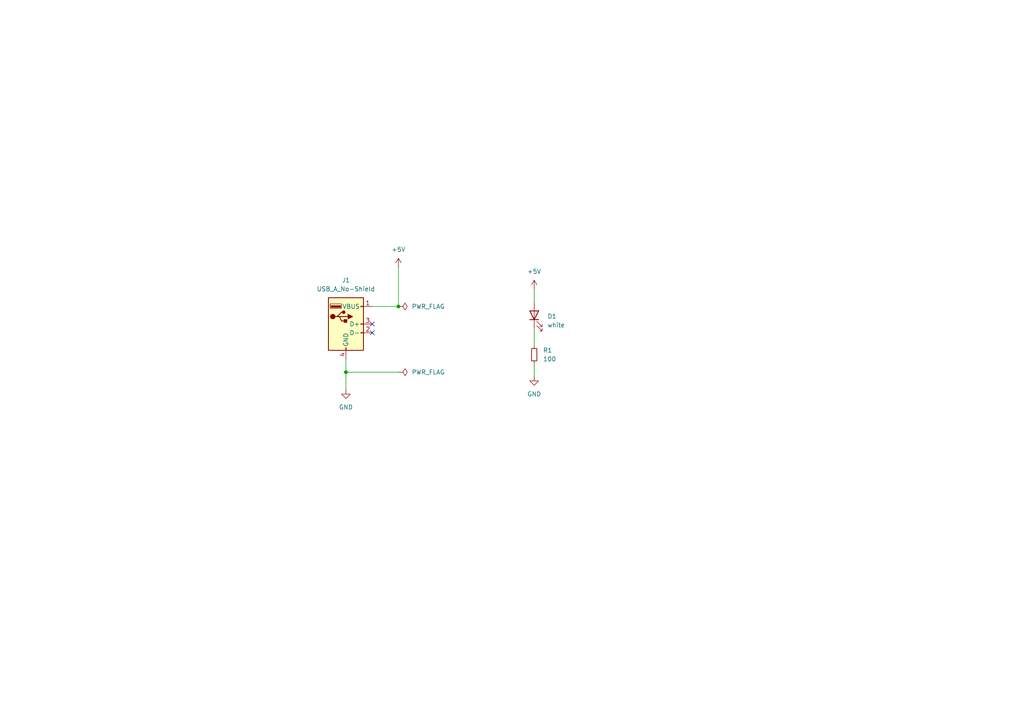
<source format=kicad_sch>
(kicad_sch
	(version 20231120)
	(generator "eeschema")
	(generator_version "8.0")
	(uuid "6165d7f9-0f32-4459-94b8-ce45315844cc")
	(paper "A4")
	(lib_symbols
		(symbol "Device:LED"
			(pin_numbers hide)
			(pin_names
				(offset 1.016) hide)
			(exclude_from_sim no)
			(in_bom yes)
			(on_board yes)
			(property "Reference" "D"
				(at 0 2.54 0)
				(effects
					(font
						(size 1.27 1.27)
					)
				)
			)
			(property "Value" "LED"
				(at 0 -2.54 0)
				(effects
					(font
						(size 1.27 1.27)
					)
				)
			)
			(property "Footprint" ""
				(at 0 0 0)
				(effects
					(font
						(size 1.27 1.27)
					)
					(hide yes)
				)
			)
			(property "Datasheet" "~"
				(at 0 0 0)
				(effects
					(font
						(size 1.27 1.27)
					)
					(hide yes)
				)
			)
			(property "Description" "Light emitting diode"
				(at 0 0 0)
				(effects
					(font
						(size 1.27 1.27)
					)
					(hide yes)
				)
			)
			(property "ki_keywords" "LED diode"
				(at 0 0 0)
				(effects
					(font
						(size 1.27 1.27)
					)
					(hide yes)
				)
			)
			(property "ki_fp_filters" "LED* LED_SMD:* LED_THT:*"
				(at 0 0 0)
				(effects
					(font
						(size 1.27 1.27)
					)
					(hide yes)
				)
			)
			(symbol "LED_0_1"
				(polyline
					(pts
						(xy -1.27 -1.27) (xy -1.27 1.27)
					)
					(stroke
						(width 0.254)
						(type default)
					)
					(fill
						(type none)
					)
				)
				(polyline
					(pts
						(xy -1.27 0) (xy 1.27 0)
					)
					(stroke
						(width 0)
						(type default)
					)
					(fill
						(type none)
					)
				)
				(polyline
					(pts
						(xy 1.27 -1.27) (xy 1.27 1.27) (xy -1.27 0) (xy 1.27 -1.27)
					)
					(stroke
						(width 0.254)
						(type default)
					)
					(fill
						(type none)
					)
				)
				(polyline
					(pts
						(xy -3.048 -0.762) (xy -4.572 -2.286) (xy -3.81 -2.286) (xy -4.572 -2.286) (xy -4.572 -1.524)
					)
					(stroke
						(width 0)
						(type default)
					)
					(fill
						(type none)
					)
				)
				(polyline
					(pts
						(xy -1.778 -0.762) (xy -3.302 -2.286) (xy -2.54 -2.286) (xy -3.302 -2.286) (xy -3.302 -1.524)
					)
					(stroke
						(width 0)
						(type default)
					)
					(fill
						(type none)
					)
				)
			)
			(symbol "LED_1_1"
				(pin passive line
					(at -3.81 0 0)
					(length 2.54)
					(name "K"
						(effects
							(font
								(size 1.27 1.27)
							)
						)
					)
					(number "1"
						(effects
							(font
								(size 1.27 1.27)
							)
						)
					)
				)
				(pin passive line
					(at 3.81 0 180)
					(length 2.54)
					(name "A"
						(effects
							(font
								(size 1.27 1.27)
							)
						)
					)
					(number "2"
						(effects
							(font
								(size 1.27 1.27)
							)
						)
					)
				)
			)
		)
		(symbol "Device:R_Small"
			(pin_numbers hide)
			(pin_names
				(offset 0.254) hide)
			(exclude_from_sim no)
			(in_bom yes)
			(on_board yes)
			(property "Reference" "R"
				(at 0.762 0.508 0)
				(effects
					(font
						(size 1.27 1.27)
					)
					(justify left)
				)
			)
			(property "Value" "R_Small"
				(at 0.762 -1.016 0)
				(effects
					(font
						(size 1.27 1.27)
					)
					(justify left)
				)
			)
			(property "Footprint" ""
				(at 0 0 0)
				(effects
					(font
						(size 1.27 1.27)
					)
					(hide yes)
				)
			)
			(property "Datasheet" "~"
				(at 0 0 0)
				(effects
					(font
						(size 1.27 1.27)
					)
					(hide yes)
				)
			)
			(property "Description" "Resistor, small symbol"
				(at 0 0 0)
				(effects
					(font
						(size 1.27 1.27)
					)
					(hide yes)
				)
			)
			(property "ki_keywords" "R resistor"
				(at 0 0 0)
				(effects
					(font
						(size 1.27 1.27)
					)
					(hide yes)
				)
			)
			(property "ki_fp_filters" "R_*"
				(at 0 0 0)
				(effects
					(font
						(size 1.27 1.27)
					)
					(hide yes)
				)
			)
			(symbol "R_Small_0_1"
				(rectangle
					(start -0.762 1.778)
					(end 0.762 -1.778)
					(stroke
						(width 0.2032)
						(type default)
					)
					(fill
						(type none)
					)
				)
			)
			(symbol "R_Small_1_1"
				(pin passive line
					(at 0 2.54 270)
					(length 0.762)
					(name "~"
						(effects
							(font
								(size 1.27 1.27)
							)
						)
					)
					(number "1"
						(effects
							(font
								(size 1.27 1.27)
							)
						)
					)
				)
				(pin passive line
					(at 0 -2.54 90)
					(length 0.762)
					(name "~"
						(effects
							(font
								(size 1.27 1.27)
							)
						)
					)
					(number "2"
						(effects
							(font
								(size 1.27 1.27)
							)
						)
					)
				)
			)
		)
		(symbol "MAG_USB:USB_A_No-Shield"
			(pin_names
				(offset 1.016)
			)
			(exclude_from_sim no)
			(in_bom yes)
			(on_board yes)
			(property "Reference" "J"
				(at -5.08 11.43 0)
				(effects
					(font
						(size 1.27 1.27)
					)
					(justify left)
				)
			)
			(property "Value" "USB_A_No-Shield"
				(at -5.08 8.89 0)
				(effects
					(font
						(size 1.27 1.27)
					)
					(justify left)
				)
			)
			(property "Footprint" ""
				(at 3.81 -1.27 0)
				(effects
					(font
						(size 1.27 1.27)
					)
					(hide yes)
				)
			)
			(property "Datasheet" " ~"
				(at 3.81 -1.27 0)
				(effects
					(font
						(size 1.27 1.27)
					)
					(hide yes)
				)
			)
			(property "Description" "USB Type A connector"
				(at 0 0 0)
				(effects
					(font
						(size 1.27 1.27)
					)
					(hide yes)
				)
			)
			(property "ki_keywords" "connector USB"
				(at 0 0 0)
				(effects
					(font
						(size 1.27 1.27)
					)
					(hide yes)
				)
			)
			(property "ki_fp_filters" "USB*"
				(at 0 0 0)
				(effects
					(font
						(size 1.27 1.27)
					)
					(hide yes)
				)
			)
			(symbol "USB_A_No-Shield_0_1"
				(rectangle
					(start -5.08 -7.62)
					(end 5.08 7.62)
					(stroke
						(width 0.254)
						(type default)
					)
					(fill
						(type background)
					)
				)
				(circle
					(center -3.81 2.159)
					(radius 0.635)
					(stroke
						(width 0.254)
						(type default)
					)
					(fill
						(type outline)
					)
				)
				(rectangle
					(start -1.524 4.826)
					(end -4.318 5.334)
					(stroke
						(width 0)
						(type default)
					)
					(fill
						(type outline)
					)
				)
				(rectangle
					(start -1.27 4.572)
					(end -4.572 5.842)
					(stroke
						(width 0)
						(type default)
					)
					(fill
						(type none)
					)
				)
				(circle
					(center -0.635 3.429)
					(radius 0.381)
					(stroke
						(width 0.254)
						(type default)
					)
					(fill
						(type outline)
					)
				)
				(rectangle
					(start -0.127 -7.62)
					(end 0.127 -6.858)
					(stroke
						(width 0)
						(type default)
					)
					(fill
						(type none)
					)
				)
				(polyline
					(pts
						(xy -3.175 2.159) (xy -2.54 2.159) (xy -1.27 3.429) (xy -0.635 3.429)
					)
					(stroke
						(width 0.254)
						(type default)
					)
					(fill
						(type none)
					)
				)
				(polyline
					(pts
						(xy -2.54 2.159) (xy -1.905 2.159) (xy -1.27 0.889) (xy 0 0.889)
					)
					(stroke
						(width 0.254)
						(type default)
					)
					(fill
						(type none)
					)
				)
				(polyline
					(pts
						(xy 0.635 2.794) (xy 0.635 1.524) (xy 1.905 2.159) (xy 0.635 2.794)
					)
					(stroke
						(width 0.254)
						(type default)
					)
					(fill
						(type outline)
					)
				)
				(rectangle
					(start 0.254 1.27)
					(end -0.508 0.508)
					(stroke
						(width 0.254)
						(type default)
					)
					(fill
						(type outline)
					)
				)
				(rectangle
					(start 5.08 -2.667)
					(end 4.318 -2.413)
					(stroke
						(width 0)
						(type default)
					)
					(fill
						(type none)
					)
				)
				(rectangle
					(start 5.08 -0.127)
					(end 4.318 0.127)
					(stroke
						(width 0)
						(type default)
					)
					(fill
						(type none)
					)
				)
				(rectangle
					(start 5.08 4.953)
					(end 4.318 5.207)
					(stroke
						(width 0)
						(type default)
					)
					(fill
						(type none)
					)
				)
			)
			(symbol "USB_A_No-Shield_1_1"
				(polyline
					(pts
						(xy -1.905 2.159) (xy 0.635 2.159)
					)
					(stroke
						(width 0.254)
						(type default)
					)
					(fill
						(type none)
					)
				)
				(pin power_in line
					(at 7.62 5.08 180)
					(length 2.54)
					(name "VBUS"
						(effects
							(font
								(size 1.27 1.27)
							)
						)
					)
					(number "1"
						(effects
							(font
								(size 1.27 1.27)
							)
						)
					)
				)
				(pin bidirectional line
					(at 7.62 -2.54 180)
					(length 2.54)
					(name "D-"
						(effects
							(font
								(size 1.27 1.27)
							)
						)
					)
					(number "2"
						(effects
							(font
								(size 1.27 1.27)
							)
						)
					)
				)
				(pin bidirectional line
					(at 7.62 0 180)
					(length 2.54)
					(name "D+"
						(effects
							(font
								(size 1.27 1.27)
							)
						)
					)
					(number "3"
						(effects
							(font
								(size 1.27 1.27)
							)
						)
					)
				)
				(pin power_in line
					(at 0 -10.16 90)
					(length 2.54)
					(name "GND"
						(effects
							(font
								(size 1.27 1.27)
							)
						)
					)
					(number "4"
						(effects
							(font
								(size 1.27 1.27)
							)
						)
					)
				)
			)
		)
		(symbol "power:+5V"
			(power)
			(pin_numbers hide)
			(pin_names
				(offset 0) hide)
			(exclude_from_sim no)
			(in_bom yes)
			(on_board yes)
			(property "Reference" "#PWR"
				(at 0 -3.81 0)
				(effects
					(font
						(size 1.27 1.27)
					)
					(hide yes)
				)
			)
			(property "Value" "+5V"
				(at 0 3.556 0)
				(effects
					(font
						(size 1.27 1.27)
					)
				)
			)
			(property "Footprint" ""
				(at 0 0 0)
				(effects
					(font
						(size 1.27 1.27)
					)
					(hide yes)
				)
			)
			(property "Datasheet" ""
				(at 0 0 0)
				(effects
					(font
						(size 1.27 1.27)
					)
					(hide yes)
				)
			)
			(property "Description" "Power symbol creates a global label with name \"+5V\""
				(at 0 0 0)
				(effects
					(font
						(size 1.27 1.27)
					)
					(hide yes)
				)
			)
			(property "ki_keywords" "global power"
				(at 0 0 0)
				(effects
					(font
						(size 1.27 1.27)
					)
					(hide yes)
				)
			)
			(symbol "+5V_0_1"
				(polyline
					(pts
						(xy -0.762 1.27) (xy 0 2.54)
					)
					(stroke
						(width 0)
						(type default)
					)
					(fill
						(type none)
					)
				)
				(polyline
					(pts
						(xy 0 0) (xy 0 2.54)
					)
					(stroke
						(width 0)
						(type default)
					)
					(fill
						(type none)
					)
				)
				(polyline
					(pts
						(xy 0 2.54) (xy 0.762 1.27)
					)
					(stroke
						(width 0)
						(type default)
					)
					(fill
						(type none)
					)
				)
			)
			(symbol "+5V_1_1"
				(pin power_in line
					(at 0 0 90)
					(length 0)
					(name "~"
						(effects
							(font
								(size 1.27 1.27)
							)
						)
					)
					(number "1"
						(effects
							(font
								(size 1.27 1.27)
							)
						)
					)
				)
			)
		)
		(symbol "power:GND"
			(power)
			(pin_numbers hide)
			(pin_names
				(offset 0) hide)
			(exclude_from_sim no)
			(in_bom yes)
			(on_board yes)
			(property "Reference" "#PWR"
				(at 0 -6.35 0)
				(effects
					(font
						(size 1.27 1.27)
					)
					(hide yes)
				)
			)
			(property "Value" "GND"
				(at 0 -3.81 0)
				(effects
					(font
						(size 1.27 1.27)
					)
				)
			)
			(property "Footprint" ""
				(at 0 0 0)
				(effects
					(font
						(size 1.27 1.27)
					)
					(hide yes)
				)
			)
			(property "Datasheet" ""
				(at 0 0 0)
				(effects
					(font
						(size 1.27 1.27)
					)
					(hide yes)
				)
			)
			(property "Description" "Power symbol creates a global label with name \"GND\" , ground"
				(at 0 0 0)
				(effects
					(font
						(size 1.27 1.27)
					)
					(hide yes)
				)
			)
			(property "ki_keywords" "global power"
				(at 0 0 0)
				(effects
					(font
						(size 1.27 1.27)
					)
					(hide yes)
				)
			)
			(symbol "GND_0_1"
				(polyline
					(pts
						(xy 0 0) (xy 0 -1.27) (xy 1.27 -1.27) (xy 0 -2.54) (xy -1.27 -1.27) (xy 0 -1.27)
					)
					(stroke
						(width 0)
						(type default)
					)
					(fill
						(type none)
					)
				)
			)
			(symbol "GND_1_1"
				(pin power_in line
					(at 0 0 270)
					(length 0)
					(name "~"
						(effects
							(font
								(size 1.27 1.27)
							)
						)
					)
					(number "1"
						(effects
							(font
								(size 1.27 1.27)
							)
						)
					)
				)
			)
		)
		(symbol "power:PWR_FLAG"
			(power)
			(pin_numbers hide)
			(pin_names
				(offset 0) hide)
			(exclude_from_sim no)
			(in_bom yes)
			(on_board yes)
			(property "Reference" "#FLG"
				(at 0 1.905 0)
				(effects
					(font
						(size 1.27 1.27)
					)
					(hide yes)
				)
			)
			(property "Value" "PWR_FLAG"
				(at 0 3.81 0)
				(effects
					(font
						(size 1.27 1.27)
					)
				)
			)
			(property "Footprint" ""
				(at 0 0 0)
				(effects
					(font
						(size 1.27 1.27)
					)
					(hide yes)
				)
			)
			(property "Datasheet" "~"
				(at 0 0 0)
				(effects
					(font
						(size 1.27 1.27)
					)
					(hide yes)
				)
			)
			(property "Description" "Special symbol for telling ERC where power comes from"
				(at 0 0 0)
				(effects
					(font
						(size 1.27 1.27)
					)
					(hide yes)
				)
			)
			(property "ki_keywords" "flag power"
				(at 0 0 0)
				(effects
					(font
						(size 1.27 1.27)
					)
					(hide yes)
				)
			)
			(symbol "PWR_FLAG_0_0"
				(pin power_out line
					(at 0 0 90)
					(length 0)
					(name "~"
						(effects
							(font
								(size 1.27 1.27)
							)
						)
					)
					(number "1"
						(effects
							(font
								(size 1.27 1.27)
							)
						)
					)
				)
			)
			(symbol "PWR_FLAG_0_1"
				(polyline
					(pts
						(xy 0 0) (xy 0 1.27) (xy -1.016 1.905) (xy 0 2.54) (xy 1.016 1.905) (xy 0 1.27)
					)
					(stroke
						(width 0)
						(type default)
					)
					(fill
						(type none)
					)
				)
			)
		)
	)
	(junction
		(at 115.57 88.9)
		(diameter 0)
		(color 0 0 0 0)
		(uuid "278c2adc-5ad3-46b7-8c13-2998115038b1")
	)
	(junction
		(at 100.33 107.95)
		(diameter 0)
		(color 0 0 0 0)
		(uuid "5a63ca0b-288a-424e-adaf-f22b7c638ed4")
	)
	(no_connect
		(at 107.95 96.52)
		(uuid "45a7ddbc-1716-4d64-81cd-913220f1a8d9")
	)
	(no_connect
		(at 107.95 93.98)
		(uuid "d937abae-4bf6-4cd5-8570-b0045cb8c35f")
	)
	(wire
		(pts
			(xy 100.33 107.95) (xy 115.57 107.95)
		)
		(stroke
			(width 0)
			(type default)
		)
		(uuid "07e75ca6-7194-44d5-b5e4-b86edfdfbf38")
	)
	(wire
		(pts
			(xy 100.33 107.95) (xy 100.33 113.03)
		)
		(stroke
			(width 0)
			(type default)
		)
		(uuid "4d20f934-bcdb-4845-99eb-12a25d2089d8")
	)
	(wire
		(pts
			(xy 115.57 77.47) (xy 115.57 88.9)
		)
		(stroke
			(width 0)
			(type default)
		)
		(uuid "6979ad36-0416-4521-9583-187a73b51967")
	)
	(wire
		(pts
			(xy 107.95 88.9) (xy 115.57 88.9)
		)
		(stroke
			(width 0)
			(type default)
		)
		(uuid "6d24c864-1a43-443b-9fe1-d4afa48586f9")
	)
	(wire
		(pts
			(xy 154.94 105.41) (xy 154.94 109.22)
		)
		(stroke
			(width 0)
			(type default)
		)
		(uuid "81460352-f375-4c5c-a69e-a9b5890001d7")
	)
	(wire
		(pts
			(xy 100.33 104.14) (xy 100.33 107.95)
		)
		(stroke
			(width 0)
			(type default)
		)
		(uuid "8a38840e-09b1-4a39-91da-b72702e4044f")
	)
	(wire
		(pts
			(xy 154.94 83.82) (xy 154.94 87.63)
		)
		(stroke
			(width 0)
			(type default)
		)
		(uuid "9a6123c7-77aa-4b48-802a-21280705c9bc")
	)
	(wire
		(pts
			(xy 154.94 95.25) (xy 154.94 100.33)
		)
		(stroke
			(width 0)
			(type default)
		)
		(uuid "c43dcaa0-2de2-4695-98d7-898484b89805")
	)
	(symbol
		(lib_id "power:+5V")
		(at 115.57 77.47 0)
		(unit 1)
		(exclude_from_sim no)
		(in_bom yes)
		(on_board yes)
		(dnp no)
		(fields_autoplaced yes)
		(uuid "04438330-a389-4d82-91b1-9fe4977ee116")
		(property "Reference" "#PWR01"
			(at 115.57 81.28 0)
			(effects
				(font
					(size 1.27 1.27)
				)
				(hide yes)
			)
		)
		(property "Value" "+5V"
			(at 115.57 72.39 0)
			(effects
				(font
					(size 1.27 1.27)
				)
			)
		)
		(property "Footprint" ""
			(at 115.57 77.47 0)
			(effects
				(font
					(size 1.27 1.27)
				)
				(hide yes)
			)
		)
		(property "Datasheet" ""
			(at 115.57 77.47 0)
			(effects
				(font
					(size 1.27 1.27)
				)
				(hide yes)
			)
		)
		(property "Description" "Power symbol creates a global label with name \"+5V\""
			(at 115.57 77.47 0)
			(effects
				(font
					(size 1.27 1.27)
				)
				(hide yes)
			)
		)
		(pin "1"
			(uuid "3bea4e67-50fb-4090-84e8-d2f2d8d5ba30")
		)
		(instances
			(project ""
				(path "/6165d7f9-0f32-4459-94b8-ce45315844cc"
					(reference "#PWR01")
					(unit 1)
				)
			)
		)
	)
	(symbol
		(lib_id "power:GND")
		(at 154.94 109.22 0)
		(unit 1)
		(exclude_from_sim no)
		(in_bom yes)
		(on_board yes)
		(dnp no)
		(fields_autoplaced yes)
		(uuid "1d54f216-3e51-4c95-8774-dd6457fe784c")
		(property "Reference" "#PWR04"
			(at 154.94 115.57 0)
			(effects
				(font
					(size 1.27 1.27)
				)
				(hide yes)
			)
		)
		(property "Value" "GND"
			(at 154.94 114.3 0)
			(effects
				(font
					(size 1.27 1.27)
				)
			)
		)
		(property "Footprint" ""
			(at 154.94 109.22 0)
			(effects
				(font
					(size 1.27 1.27)
				)
				(hide yes)
			)
		)
		(property "Datasheet" ""
			(at 154.94 109.22 0)
			(effects
				(font
					(size 1.27 1.27)
				)
				(hide yes)
			)
		)
		(property "Description" "Power symbol creates a global label with name \"GND\" , ground"
			(at 154.94 109.22 0)
			(effects
				(font
					(size 1.27 1.27)
				)
				(hide yes)
			)
		)
		(pin "1"
			(uuid "51b1fe77-0836-407a-8e8f-ab6f91a55566")
		)
		(instances
			(project ""
				(path "/6165d7f9-0f32-4459-94b8-ce45315844cc"
					(reference "#PWR04")
					(unit 1)
				)
			)
		)
	)
	(symbol
		(lib_id "power:PWR_FLAG")
		(at 115.57 88.9 270)
		(unit 1)
		(exclude_from_sim no)
		(in_bom yes)
		(on_board yes)
		(dnp no)
		(fields_autoplaced yes)
		(uuid "48381e34-75a3-4cd7-9ffa-cfb650a78c1d")
		(property "Reference" "#FLG01"
			(at 117.475 88.9 0)
			(effects
				(font
					(size 1.27 1.27)
				)
				(hide yes)
			)
		)
		(property "Value" "PWR_FLAG"
			(at 119.38 88.8999 90)
			(effects
				(font
					(size 1.27 1.27)
				)
				(justify left)
			)
		)
		(property "Footprint" ""
			(at 115.57 88.9 0)
			(effects
				(font
					(size 1.27 1.27)
				)
				(hide yes)
			)
		)
		(property "Datasheet" "~"
			(at 115.57 88.9 0)
			(effects
				(font
					(size 1.27 1.27)
				)
				(hide yes)
			)
		)
		(property "Description" "Special symbol for telling ERC where power comes from"
			(at 115.57 88.9 0)
			(effects
				(font
					(size 1.27 1.27)
				)
				(hide yes)
			)
		)
		(pin "1"
			(uuid "a6272eef-e9ba-4749-8747-80e71ac5f4df")
		)
		(instances
			(project ""
				(path "/6165d7f9-0f32-4459-94b8-ce45315844cc"
					(reference "#FLG01")
					(unit 1)
				)
			)
		)
	)
	(symbol
		(lib_id "Device:R_Small")
		(at 154.94 102.87 0)
		(unit 1)
		(exclude_from_sim no)
		(in_bom yes)
		(on_board yes)
		(dnp no)
		(fields_autoplaced yes)
		(uuid "4cd677b8-f051-4d37-a159-48cb80cc7c8b")
		(property "Reference" "R1"
			(at 157.48 101.5999 0)
			(effects
				(font
					(size 1.27 1.27)
				)
				(justify left)
			)
		)
		(property "Value" "100"
			(at 157.48 104.1399 0)
			(effects
				(font
					(size 1.27 1.27)
				)
				(justify left)
			)
		)
		(property "Footprint" "Resistor_SMD:R_0402_1005Metric"
			(at 154.94 102.87 0)
			(effects
				(font
					(size 1.27 1.27)
				)
				(hide yes)
			)
		)
		(property "Datasheet" "~"
			(at 154.94 102.87 0)
			(effects
				(font
					(size 1.27 1.27)
				)
				(hide yes)
			)
		)
		(property "Description" "Resistor, small symbol"
			(at 154.94 102.87 0)
			(effects
				(font
					(size 1.27 1.27)
				)
				(hide yes)
			)
		)
		(pin "1"
			(uuid "18bd5d2c-950e-454e-8dc8-d8ef0e997e63")
		)
		(pin "2"
			(uuid "aedb6477-c390-4211-9e68-a10661d7c2bb")
		)
		(instances
			(project ""
				(path "/6165d7f9-0f32-4459-94b8-ce45315844cc"
					(reference "R1")
					(unit 1)
				)
			)
		)
	)
	(symbol
		(lib_id "power:PWR_FLAG")
		(at 115.57 107.95 270)
		(unit 1)
		(exclude_from_sim no)
		(in_bom yes)
		(on_board yes)
		(dnp no)
		(fields_autoplaced yes)
		(uuid "6d9f3d08-5ef7-45cc-a79f-b355605c5dec")
		(property "Reference" "#FLG02"
			(at 117.475 107.95 0)
			(effects
				(font
					(size 1.27 1.27)
				)
				(hide yes)
			)
		)
		(property "Value" "PWR_FLAG"
			(at 119.38 107.9499 90)
			(effects
				(font
					(size 1.27 1.27)
				)
				(justify left)
			)
		)
		(property "Footprint" ""
			(at 115.57 107.95 0)
			(effects
				(font
					(size 1.27 1.27)
				)
				(hide yes)
			)
		)
		(property "Datasheet" "~"
			(at 115.57 107.95 0)
			(effects
				(font
					(size 1.27 1.27)
				)
				(hide yes)
			)
		)
		(property "Description" "Special symbol for telling ERC where power comes from"
			(at 115.57 107.95 0)
			(effects
				(font
					(size 1.27 1.27)
				)
				(hide yes)
			)
		)
		(pin "1"
			(uuid "ecb5c6f4-068d-4a48-8671-c0147a2bbf5e")
		)
		(instances
			(project ""
				(path "/6165d7f9-0f32-4459-94b8-ce45315844cc"
					(reference "#FLG02")
					(unit 1)
				)
			)
		)
	)
	(symbol
		(lib_id "power:GND")
		(at 100.33 113.03 0)
		(unit 1)
		(exclude_from_sim no)
		(in_bom yes)
		(on_board yes)
		(dnp no)
		(fields_autoplaced yes)
		(uuid "8bd03995-7798-4f98-a9b8-9324fb7cfe4b")
		(property "Reference" "#PWR02"
			(at 100.33 119.38 0)
			(effects
				(font
					(size 1.27 1.27)
				)
				(hide yes)
			)
		)
		(property "Value" "GND"
			(at 100.33 118.11 0)
			(effects
				(font
					(size 1.27 1.27)
				)
			)
		)
		(property "Footprint" ""
			(at 100.33 113.03 0)
			(effects
				(font
					(size 1.27 1.27)
				)
				(hide yes)
			)
		)
		(property "Datasheet" ""
			(at 100.33 113.03 0)
			(effects
				(font
					(size 1.27 1.27)
				)
				(hide yes)
			)
		)
		(property "Description" "Power symbol creates a global label with name \"GND\" , ground"
			(at 100.33 113.03 0)
			(effects
				(font
					(size 1.27 1.27)
				)
				(hide yes)
			)
		)
		(pin "1"
			(uuid "050f106b-6f02-4d04-af86-aae311ae6aa3")
		)
		(instances
			(project ""
				(path "/6165d7f9-0f32-4459-94b8-ce45315844cc"
					(reference "#PWR02")
					(unit 1)
				)
			)
		)
	)
	(symbol
		(lib_id "Device:LED")
		(at 154.94 91.44 90)
		(unit 1)
		(exclude_from_sim no)
		(in_bom yes)
		(on_board yes)
		(dnp no)
		(fields_autoplaced yes)
		(uuid "94f9c3c6-8db2-4c69-a8bc-5dd590f41319")
		(property "Reference" "D1"
			(at 158.75 91.7574 90)
			(effects
				(font
					(size 1.27 1.27)
				)
				(justify right)
			)
		)
		(property "Value" "white"
			(at 158.75 94.2974 90)
			(effects
				(font
					(size 1.27 1.27)
				)
				(justify right)
			)
		)
		(property "Footprint" "LED_THT:LED_D5.0mm"
			(at 154.94 91.44 0)
			(effects
				(font
					(size 1.27 1.27)
				)
				(hide yes)
			)
		)
		(property "Datasheet" "~"
			(at 154.94 91.44 0)
			(effects
				(font
					(size 1.27 1.27)
				)
				(hide yes)
			)
		)
		(property "Description" "Light emitting diode"
			(at 154.94 91.44 0)
			(effects
				(font
					(size 1.27 1.27)
				)
				(hide yes)
			)
		)
		(pin "2"
			(uuid "b3cf6d9a-289e-47d5-91a1-0ec6917333ce")
		)
		(pin "1"
			(uuid "20dc3a57-728f-4b09-bc8f-d513b5191b43")
		)
		(instances
			(project ""
				(path "/6165d7f9-0f32-4459-94b8-ce45315844cc"
					(reference "D1")
					(unit 1)
				)
			)
		)
	)
	(symbol
		(lib_id "power:+5V")
		(at 154.94 83.82 0)
		(unit 1)
		(exclude_from_sim no)
		(in_bom yes)
		(on_board yes)
		(dnp no)
		(fields_autoplaced yes)
		(uuid "b4b4c44c-8dc5-4af7-85f6-25d1de0e5b74")
		(property "Reference" "#PWR03"
			(at 154.94 87.63 0)
			(effects
				(font
					(size 1.27 1.27)
				)
				(hide yes)
			)
		)
		(property "Value" "+5V"
			(at 154.94 78.74 0)
			(effects
				(font
					(size 1.27 1.27)
				)
			)
		)
		(property "Footprint" ""
			(at 154.94 83.82 0)
			(effects
				(font
					(size 1.27 1.27)
				)
				(hide yes)
			)
		)
		(property "Datasheet" ""
			(at 154.94 83.82 0)
			(effects
				(font
					(size 1.27 1.27)
				)
				(hide yes)
			)
		)
		(property "Description" "Power symbol creates a global label with name \"+5V\""
			(at 154.94 83.82 0)
			(effects
				(font
					(size 1.27 1.27)
				)
				(hide yes)
			)
		)
		(pin "1"
			(uuid "b88790dc-9a19-4562-b774-65150bd7d4bd")
		)
		(instances
			(project ""
				(path "/6165d7f9-0f32-4459-94b8-ce45315844cc"
					(reference "#PWR03")
					(unit 1)
				)
			)
		)
	)
	(symbol
		(lib_id "MAG_USB:USB_A_No-Shield")
		(at 100.33 93.98 0)
		(unit 1)
		(exclude_from_sim no)
		(in_bom yes)
		(on_board yes)
		(dnp no)
		(fields_autoplaced yes)
		(uuid "c4a7bf60-9e56-4c86-a243-6a8d91ab0858")
		(property "Reference" "J1"
			(at 100.33 81.28 0)
			(effects
				(font
					(size 1.27 1.27)
				)
			)
		)
		(property "Value" "USB_A_No-Shield"
			(at 100.33 83.82 0)
			(effects
				(font
					(size 1.27 1.27)
				)
			)
		)
		(property "Footprint" "MAG_USB:usb-PCB-holes"
			(at 104.14 95.25 0)
			(effects
				(font
					(size 1.27 1.27)
				)
				(hide yes)
			)
		)
		(property "Datasheet" " ~"
			(at 104.14 95.25 0)
			(effects
				(font
					(size 1.27 1.27)
				)
				(hide yes)
			)
		)
		(property "Description" "USB Type A connector"
			(at 100.33 93.98 0)
			(effects
				(font
					(size 1.27 1.27)
				)
				(hide yes)
			)
		)
		(pin "3"
			(uuid "107cc929-f553-4143-8b98-67955a3333a7")
		)
		(pin "1"
			(uuid "26a26fd2-9b95-42af-aa3d-09d7aa9bdb04")
		)
		(pin "4"
			(uuid "f8dc209f-af21-4251-b6fc-29e5d4b3e28b")
		)
		(pin "2"
			(uuid "4de55987-1e5a-4191-ab5a-0f8026ca56d2")
		)
		(instances
			(project ""
				(path "/6165d7f9-0f32-4459-94b8-ce45315844cc"
					(reference "J1")
					(unit 1)
				)
			)
		)
	)
	(sheet_instances
		(path "/"
			(page "1")
		)
	)
)

</source>
